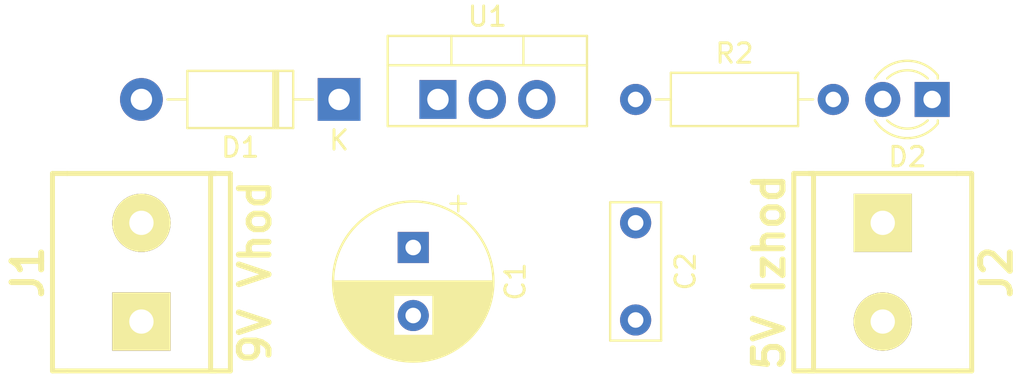
<source format=kicad_pcb>
(kicad_pcb (version 20171130) (host pcbnew "(5.0.2)-1")

  (general
    (thickness 1.6)
    (drawings 0)
    (tracks 0)
    (zones 0)
    (modules 8)
    (nets 6)
  )

  (page A4)
  (title_block
    (title "5V Regulator")
    (date 2019-11-07)
    (rev v1)
    (comment 1 "Črtomir Juren")
  )

  (layers
    (0 F.Cu signal)
    (31 B.Cu signal)
    (32 B.Adhes user)
    (33 F.Adhes user)
    (34 B.Paste user)
    (35 F.Paste user)
    (36 B.SilkS user)
    (37 F.SilkS user)
    (38 B.Mask user)
    (39 F.Mask user)
    (40 Dwgs.User user)
    (41 Cmts.User user)
    (42 Eco1.User user)
    (43 Eco2.User user)
    (44 Edge.Cuts user)
    (45 Margin user)
    (46 B.CrtYd user)
    (47 F.CrtYd user)
    (48 B.Fab user)
    (49 F.Fab user)
  )

  (setup
    (last_trace_width 0.25)
    (trace_clearance 0.2)
    (zone_clearance 0.508)
    (zone_45_only no)
    (trace_min 0.2)
    (segment_width 0.2)
    (edge_width 0.15)
    (via_size 0.8)
    (via_drill 0.4)
    (via_min_size 0.4)
    (via_min_drill 0.3)
    (uvia_size 0.3)
    (uvia_drill 0.1)
    (uvias_allowed no)
    (uvia_min_size 0.2)
    (uvia_min_drill 0.1)
    (pcb_text_width 0.3)
    (pcb_text_size 1.5 1.5)
    (mod_edge_width 0.15)
    (mod_text_size 1 1)
    (mod_text_width 0.15)
    (pad_size 1.524 1.524)
    (pad_drill 0.762)
    (pad_to_mask_clearance 0.051)
    (solder_mask_min_width 0.25)
    (aux_axis_origin 0 0)
    (visible_elements 7FFFFFFF)
    (pcbplotparams
      (layerselection 0x010fc_ffffffff)
      (usegerberextensions false)
      (usegerberattributes false)
      (usegerberadvancedattributes false)
      (creategerberjobfile false)
      (excludeedgelayer true)
      (linewidth 0.100000)
      (plotframeref false)
      (viasonmask false)
      (mode 1)
      (useauxorigin false)
      (hpglpennumber 1)
      (hpglpenspeed 20)
      (hpglpendiameter 15.000000)
      (psnegative false)
      (psa4output false)
      (plotreference true)
      (plotvalue true)
      (plotinvisibletext false)
      (padsonsilk false)
      (subtractmaskfromsilk false)
      (outputformat 1)
      (mirror false)
      (drillshape 1)
      (scaleselection 1)
      (outputdirectory ""))
  )

  (net 0 "")
  (net 1 /9V)
  (net 2 /5V)
  (net 3 "Net-(C1-Pad1)")
  (net 4 "Net-(C1-Pad2)")
  (net 5 "Net-(D2-Pad2)")

  (net_class Default "This is the default net class."
    (clearance 0.2)
    (trace_width 0.25)
    (via_dia 0.8)
    (via_drill 0.4)
    (uvia_dia 0.3)
    (uvia_drill 0.1)
    (add_net /5V)
    (add_net /9V)
    (add_net "Net-(C1-Pad1)")
    (add_net "Net-(C1-Pad2)")
    (add_net "Net-(D2-Pad2)")
  )

  (module LED_THT:LED_D3.0mm (layer F.Cu) (tedit 587A3A7B) (tstamp 5DC4080A)
    (at 166.37 73.66 180)
    (descr "LED, diameter 3.0mm, 2 pins")
    (tags "LED diameter 3.0mm 2 pins")
    (path /5DC3F4BE)
    (fp_text reference D2 (at 1.27 -2.96 180) (layer F.SilkS)
      (effects (font (size 1 1) (thickness 0.15)))
    )
    (fp_text value LED (at 1.27 2.96 180) (layer F.Fab)
      (effects (font (size 1 1) (thickness 0.15)))
    )
    (fp_line (start 3.7 -2.25) (end -1.15 -2.25) (layer F.CrtYd) (width 0.05))
    (fp_line (start 3.7 2.25) (end 3.7 -2.25) (layer F.CrtYd) (width 0.05))
    (fp_line (start -1.15 2.25) (end 3.7 2.25) (layer F.CrtYd) (width 0.05))
    (fp_line (start -1.15 -2.25) (end -1.15 2.25) (layer F.CrtYd) (width 0.05))
    (fp_line (start -0.29 1.08) (end -0.29 1.236) (layer F.SilkS) (width 0.12))
    (fp_line (start -0.29 -1.236) (end -0.29 -1.08) (layer F.SilkS) (width 0.12))
    (fp_line (start -0.23 -1.16619) (end -0.23 1.16619) (layer F.Fab) (width 0.1))
    (fp_circle (center 1.27 0) (end 2.77 0) (layer F.Fab) (width 0.1))
    (fp_arc (start 1.27 0) (end 0.229039 1.08) (angle -87.9) (layer F.SilkS) (width 0.12))
    (fp_arc (start 1.27 0) (end 0.229039 -1.08) (angle 87.9) (layer F.SilkS) (width 0.12))
    (fp_arc (start 1.27 0) (end -0.29 1.235516) (angle -108.8) (layer F.SilkS) (width 0.12))
    (fp_arc (start 1.27 0) (end -0.29 -1.235516) (angle 108.8) (layer F.SilkS) (width 0.12))
    (fp_arc (start 1.27 0) (end -0.23 -1.16619) (angle 284.3) (layer F.Fab) (width 0.1))
    (pad 2 thru_hole circle (at 2.54 0 180) (size 1.8 1.8) (drill 0.9) (layers *.Cu *.Mask)
      (net 5 "Net-(D2-Pad2)"))
    (pad 1 thru_hole rect (at 0 0 180) (size 1.8 1.8) (drill 0.9) (layers *.Cu *.Mask)
      (net 4 "Net-(C1-Pad2)"))
    (model ${KISYS3DMOD}/LED_THT.3dshapes/LED_D3.0mm.wrl
      (at (xyz 0 0 0))
      (scale (xyz 1 1 1))
      (rotate (xyz 0 0 0))
    )
  )

  (module w_conn_screw:mors_2p (layer F.Cu) (tedit 0) (tstamp 5DC5B240)
    (at 125.73 82.55 90)
    (descr "Terminal block 2 pins")
    (tags DEV)
    (path /5DC2B6DA)
    (fp_text reference J1 (at 0 -5.842 90) (layer F.SilkS)
      (effects (font (size 1.524 1.524) (thickness 0.3048)))
    )
    (fp_text value "9V Vhod" (at 0 5.842 90) (layer F.SilkS)
      (effects (font (size 1.524 1.524) (thickness 0.3048)))
    )
    (fp_line (start -5.08 -3.81) (end -5.08 3.81) (layer F.SilkS) (width 0.254))
    (fp_line (start 5.08 3.81) (end 5.08 -3.81) (layer F.SilkS) (width 0.254))
    (fp_line (start 5.08 3.556) (end 5.08 4.572) (layer F.SilkS) (width 0.254))
    (fp_line (start -5.08 3.556) (end 5.08 3.556) (layer F.SilkS) (width 0.254))
    (fp_line (start -5.08 4.572) (end -5.08 3.556) (layer F.SilkS) (width 0.254))
    (fp_line (start 5.08 4.572) (end -5.08 4.572) (layer F.SilkS) (width 0.254))
    (fp_line (start -5.08 -4.572) (end -5.08 -3.81) (layer F.SilkS) (width 0.254))
    (fp_line (start 5.08 -4.572) (end -5.08 -4.572) (layer F.SilkS) (width 0.254))
    (fp_line (start 5.08 -3.81) (end 5.08 -4.572) (layer F.SilkS) (width 0.254))
    (pad 2 thru_hole circle (at 2.54 0 90) (size 2.99974 2.99974) (drill 1.24968) (layers *.Cu *.Mask F.SilkS)
      (net 1 /9V))
    (pad 1 thru_hole rect (at -2.54 0 90) (size 2.99974 2.99974) (drill 1.24968) (layers *.Cu *.Mask F.SilkS)
      (net 4 "Net-(C1-Pad2)"))
    (model walter/conn_screw/mors_2p.wrl
      (at (xyz 0 0 0))
      (scale (xyz 1 1 1))
      (rotate (xyz 0 0 0))
    )
  )

  (module w_conn_screw:mors_2p (layer F.Cu) (tedit 0) (tstamp 5DC2B9A1)
    (at 163.83 82.55 270)
    (descr "Terminal block 2 pins")
    (tags DEV)
    (path /5DC2B5ED)
    (fp_text reference J2 (at 0 -5.842 270) (layer F.SilkS)
      (effects (font (size 1.524 1.524) (thickness 0.3048)))
    )
    (fp_text value "5V Izhod" (at 0 5.842 270) (layer F.SilkS)
      (effects (font (size 1.524 1.524) (thickness 0.3048)))
    )
    (fp_line (start -5.08 -3.81) (end -5.08 3.81) (layer F.SilkS) (width 0.254))
    (fp_line (start 5.08 3.81) (end 5.08 -3.81) (layer F.SilkS) (width 0.254))
    (fp_line (start 5.08 3.556) (end 5.08 4.572) (layer F.SilkS) (width 0.254))
    (fp_line (start -5.08 3.556) (end 5.08 3.556) (layer F.SilkS) (width 0.254))
    (fp_line (start -5.08 4.572) (end -5.08 3.556) (layer F.SilkS) (width 0.254))
    (fp_line (start 5.08 4.572) (end -5.08 4.572) (layer F.SilkS) (width 0.254))
    (fp_line (start -5.08 -4.572) (end -5.08 -3.81) (layer F.SilkS) (width 0.254))
    (fp_line (start 5.08 -4.572) (end -5.08 -4.572) (layer F.SilkS) (width 0.254))
    (fp_line (start 5.08 -3.81) (end 5.08 -4.572) (layer F.SilkS) (width 0.254))
    (pad 2 thru_hole circle (at 2.54 0 270) (size 2.99974 2.99974) (drill 1.24968) (layers *.Cu *.Mask F.SilkS)
      (net 4 "Net-(C1-Pad2)"))
    (pad 1 thru_hole rect (at -2.54 0 270) (size 2.99974 2.99974) (drill 1.24968) (layers *.Cu *.Mask F.SilkS)
      (net 2 /5V))
    (model walter/conn_screw/mors_2p.wrl
      (at (xyz 0 0 0))
      (scale (xyz 1 1 1))
      (rotate (xyz 0 0 0))
    )
  )

  (module Package_TO_SOT_THT:TO-220-3_Vertical (layer F.Cu) (tedit 5AC8BA0D) (tstamp 5DC2B9BB)
    (at 140.97 73.66)
    (descr "TO-220-3, Vertical, RM 2.54mm, see https://www.vishay.com/docs/66542/to-220-1.pdf")
    (tags "TO-220-3 Vertical RM 2.54mm")
    (path /5DC2ACF0)
    (fp_text reference U1 (at 2.54 -4.27) (layer F.SilkS)
      (effects (font (size 1 1) (thickness 0.15)))
    )
    (fp_text value LM7805_TO220 (at 2.54 2.5) (layer F.Fab)
      (effects (font (size 1 1) (thickness 0.15)))
    )
    (fp_text user %R (at 2.54 -4.27) (layer F.Fab)
      (effects (font (size 1 1) (thickness 0.15)))
    )
    (fp_line (start 7.79 -3.4) (end -2.71 -3.4) (layer F.CrtYd) (width 0.05))
    (fp_line (start 7.79 1.51) (end 7.79 -3.4) (layer F.CrtYd) (width 0.05))
    (fp_line (start -2.71 1.51) (end 7.79 1.51) (layer F.CrtYd) (width 0.05))
    (fp_line (start -2.71 -3.4) (end -2.71 1.51) (layer F.CrtYd) (width 0.05))
    (fp_line (start 4.391 -3.27) (end 4.391 -1.76) (layer F.SilkS) (width 0.12))
    (fp_line (start 0.69 -3.27) (end 0.69 -1.76) (layer F.SilkS) (width 0.12))
    (fp_line (start -2.58 -1.76) (end 7.66 -1.76) (layer F.SilkS) (width 0.12))
    (fp_line (start 7.66 -3.27) (end 7.66 1.371) (layer F.SilkS) (width 0.12))
    (fp_line (start -2.58 -3.27) (end -2.58 1.371) (layer F.SilkS) (width 0.12))
    (fp_line (start -2.58 1.371) (end 7.66 1.371) (layer F.SilkS) (width 0.12))
    (fp_line (start -2.58 -3.27) (end 7.66 -3.27) (layer F.SilkS) (width 0.12))
    (fp_line (start 4.39 -3.15) (end 4.39 -1.88) (layer F.Fab) (width 0.1))
    (fp_line (start 0.69 -3.15) (end 0.69 -1.88) (layer F.Fab) (width 0.1))
    (fp_line (start -2.46 -1.88) (end 7.54 -1.88) (layer F.Fab) (width 0.1))
    (fp_line (start 7.54 -3.15) (end -2.46 -3.15) (layer F.Fab) (width 0.1))
    (fp_line (start 7.54 1.25) (end 7.54 -3.15) (layer F.Fab) (width 0.1))
    (fp_line (start -2.46 1.25) (end 7.54 1.25) (layer F.Fab) (width 0.1))
    (fp_line (start -2.46 -3.15) (end -2.46 1.25) (layer F.Fab) (width 0.1))
    (pad 3 thru_hole oval (at 5.08 0) (size 1.905 2) (drill 1.1) (layers *.Cu *.Mask)
      (net 2 /5V))
    (pad 2 thru_hole oval (at 2.54 0) (size 1.905 2) (drill 1.1) (layers *.Cu *.Mask)
      (net 4 "Net-(C1-Pad2)"))
    (pad 1 thru_hole rect (at 0 0) (size 1.905 2) (drill 1.1) (layers *.Cu *.Mask)
      (net 3 "Net-(C1-Pad1)"))
    (model ${KISYS3DMOD}/Package_TO_SOT_THT.3dshapes/TO-220-3_Vertical.wrl
      (at (xyz 0 0 0))
      (scale (xyz 1 1 1))
      (rotate (xyz 0 0 0))
    )
  )

  (module Capacitor_THT:CP_Radial_D8.0mm_P3.50mm (layer F.Cu) (tedit 5AE50EF0) (tstamp 5DC5AF9C)
    (at 139.7 81.28 270)
    (descr "CP, Radial series, Radial, pin pitch=3.50mm, , diameter=8mm, Electrolytic Capacitor")
    (tags "CP Radial series Radial pin pitch 3.50mm  diameter 8mm Electrolytic Capacitor")
    (path /5DC2DAC5)
    (fp_text reference C1 (at 1.75 -5.25 270) (layer F.SilkS)
      (effects (font (size 1 1) (thickness 0.15)))
    )
    (fp_text value 100uF (at 1.75 5.25 270) (layer F.Fab)
      (effects (font (size 1 1) (thickness 0.15)))
    )
    (fp_text user %R (at 1.75 0 270) (layer F.Fab)
      (effects (font (size 1 1) (thickness 0.15)))
    )
    (fp_line (start -2.259698 -2.715) (end -2.259698 -1.915) (layer F.SilkS) (width 0.12))
    (fp_line (start -2.659698 -2.315) (end -1.859698 -2.315) (layer F.SilkS) (width 0.12))
    (fp_line (start 5.831 -0.533) (end 5.831 0.533) (layer F.SilkS) (width 0.12))
    (fp_line (start 5.791 -0.768) (end 5.791 0.768) (layer F.SilkS) (width 0.12))
    (fp_line (start 5.751 -0.948) (end 5.751 0.948) (layer F.SilkS) (width 0.12))
    (fp_line (start 5.711 -1.098) (end 5.711 1.098) (layer F.SilkS) (width 0.12))
    (fp_line (start 5.671 -1.229) (end 5.671 1.229) (layer F.SilkS) (width 0.12))
    (fp_line (start 5.631 -1.346) (end 5.631 1.346) (layer F.SilkS) (width 0.12))
    (fp_line (start 5.591 -1.453) (end 5.591 1.453) (layer F.SilkS) (width 0.12))
    (fp_line (start 5.551 -1.552) (end 5.551 1.552) (layer F.SilkS) (width 0.12))
    (fp_line (start 5.511 -1.645) (end 5.511 1.645) (layer F.SilkS) (width 0.12))
    (fp_line (start 5.471 -1.731) (end 5.471 1.731) (layer F.SilkS) (width 0.12))
    (fp_line (start 5.431 -1.813) (end 5.431 1.813) (layer F.SilkS) (width 0.12))
    (fp_line (start 5.391 -1.89) (end 5.391 1.89) (layer F.SilkS) (width 0.12))
    (fp_line (start 5.351 -1.964) (end 5.351 1.964) (layer F.SilkS) (width 0.12))
    (fp_line (start 5.311 -2.034) (end 5.311 2.034) (layer F.SilkS) (width 0.12))
    (fp_line (start 5.271 -2.102) (end 5.271 2.102) (layer F.SilkS) (width 0.12))
    (fp_line (start 5.231 -2.166) (end 5.231 2.166) (layer F.SilkS) (width 0.12))
    (fp_line (start 5.191 -2.228) (end 5.191 2.228) (layer F.SilkS) (width 0.12))
    (fp_line (start 5.151 -2.287) (end 5.151 2.287) (layer F.SilkS) (width 0.12))
    (fp_line (start 5.111 -2.345) (end 5.111 2.345) (layer F.SilkS) (width 0.12))
    (fp_line (start 5.071 -2.4) (end 5.071 2.4) (layer F.SilkS) (width 0.12))
    (fp_line (start 5.031 -2.454) (end 5.031 2.454) (layer F.SilkS) (width 0.12))
    (fp_line (start 4.991 -2.505) (end 4.991 2.505) (layer F.SilkS) (width 0.12))
    (fp_line (start 4.951 -2.556) (end 4.951 2.556) (layer F.SilkS) (width 0.12))
    (fp_line (start 4.911 -2.604) (end 4.911 2.604) (layer F.SilkS) (width 0.12))
    (fp_line (start 4.871 -2.651) (end 4.871 2.651) (layer F.SilkS) (width 0.12))
    (fp_line (start 4.831 -2.697) (end 4.831 2.697) (layer F.SilkS) (width 0.12))
    (fp_line (start 4.791 -2.741) (end 4.791 2.741) (layer F.SilkS) (width 0.12))
    (fp_line (start 4.751 -2.784) (end 4.751 2.784) (layer F.SilkS) (width 0.12))
    (fp_line (start 4.711 -2.826) (end 4.711 2.826) (layer F.SilkS) (width 0.12))
    (fp_line (start 4.671 -2.867) (end 4.671 2.867) (layer F.SilkS) (width 0.12))
    (fp_line (start 4.631 -2.907) (end 4.631 2.907) (layer F.SilkS) (width 0.12))
    (fp_line (start 4.591 -2.945) (end 4.591 2.945) (layer F.SilkS) (width 0.12))
    (fp_line (start 4.551 -2.983) (end 4.551 2.983) (layer F.SilkS) (width 0.12))
    (fp_line (start 4.511 1.04) (end 4.511 3.019) (layer F.SilkS) (width 0.12))
    (fp_line (start 4.511 -3.019) (end 4.511 -1.04) (layer F.SilkS) (width 0.12))
    (fp_line (start 4.471 1.04) (end 4.471 3.055) (layer F.SilkS) (width 0.12))
    (fp_line (start 4.471 -3.055) (end 4.471 -1.04) (layer F.SilkS) (width 0.12))
    (fp_line (start 4.431 1.04) (end 4.431 3.09) (layer F.SilkS) (width 0.12))
    (fp_line (start 4.431 -3.09) (end 4.431 -1.04) (layer F.SilkS) (width 0.12))
    (fp_line (start 4.391 1.04) (end 4.391 3.124) (layer F.SilkS) (width 0.12))
    (fp_line (start 4.391 -3.124) (end 4.391 -1.04) (layer F.SilkS) (width 0.12))
    (fp_line (start 4.351 1.04) (end 4.351 3.156) (layer F.SilkS) (width 0.12))
    (fp_line (start 4.351 -3.156) (end 4.351 -1.04) (layer F.SilkS) (width 0.12))
    (fp_line (start 4.311 1.04) (end 4.311 3.189) (layer F.SilkS) (width 0.12))
    (fp_line (start 4.311 -3.189) (end 4.311 -1.04) (layer F.SilkS) (width 0.12))
    (fp_line (start 4.271 1.04) (end 4.271 3.22) (layer F.SilkS) (width 0.12))
    (fp_line (start 4.271 -3.22) (end 4.271 -1.04) (layer F.SilkS) (width 0.12))
    (fp_line (start 4.231 1.04) (end 4.231 3.25) (layer F.SilkS) (width 0.12))
    (fp_line (start 4.231 -3.25) (end 4.231 -1.04) (layer F.SilkS) (width 0.12))
    (fp_line (start 4.191 1.04) (end 4.191 3.28) (layer F.SilkS) (width 0.12))
    (fp_line (start 4.191 -3.28) (end 4.191 -1.04) (layer F.SilkS) (width 0.12))
    (fp_line (start 4.151 1.04) (end 4.151 3.309) (layer F.SilkS) (width 0.12))
    (fp_line (start 4.151 -3.309) (end 4.151 -1.04) (layer F.SilkS) (width 0.12))
    (fp_line (start 4.111 1.04) (end 4.111 3.338) (layer F.SilkS) (width 0.12))
    (fp_line (start 4.111 -3.338) (end 4.111 -1.04) (layer F.SilkS) (width 0.12))
    (fp_line (start 4.071 1.04) (end 4.071 3.365) (layer F.SilkS) (width 0.12))
    (fp_line (start 4.071 -3.365) (end 4.071 -1.04) (layer F.SilkS) (width 0.12))
    (fp_line (start 4.031 1.04) (end 4.031 3.392) (layer F.SilkS) (width 0.12))
    (fp_line (start 4.031 -3.392) (end 4.031 -1.04) (layer F.SilkS) (width 0.12))
    (fp_line (start 3.991 1.04) (end 3.991 3.418) (layer F.SilkS) (width 0.12))
    (fp_line (start 3.991 -3.418) (end 3.991 -1.04) (layer F.SilkS) (width 0.12))
    (fp_line (start 3.951 1.04) (end 3.951 3.444) (layer F.SilkS) (width 0.12))
    (fp_line (start 3.951 -3.444) (end 3.951 -1.04) (layer F.SilkS) (width 0.12))
    (fp_line (start 3.911 1.04) (end 3.911 3.469) (layer F.SilkS) (width 0.12))
    (fp_line (start 3.911 -3.469) (end 3.911 -1.04) (layer F.SilkS) (width 0.12))
    (fp_line (start 3.871 1.04) (end 3.871 3.493) (layer F.SilkS) (width 0.12))
    (fp_line (start 3.871 -3.493) (end 3.871 -1.04) (layer F.SilkS) (width 0.12))
    (fp_line (start 3.831 1.04) (end 3.831 3.517) (layer F.SilkS) (width 0.12))
    (fp_line (start 3.831 -3.517) (end 3.831 -1.04) (layer F.SilkS) (width 0.12))
    (fp_line (start 3.791 1.04) (end 3.791 3.54) (layer F.SilkS) (width 0.12))
    (fp_line (start 3.791 -3.54) (end 3.791 -1.04) (layer F.SilkS) (width 0.12))
    (fp_line (start 3.751 1.04) (end 3.751 3.562) (layer F.SilkS) (width 0.12))
    (fp_line (start 3.751 -3.562) (end 3.751 -1.04) (layer F.SilkS) (width 0.12))
    (fp_line (start 3.711 1.04) (end 3.711 3.584) (layer F.SilkS) (width 0.12))
    (fp_line (start 3.711 -3.584) (end 3.711 -1.04) (layer F.SilkS) (width 0.12))
    (fp_line (start 3.671 1.04) (end 3.671 3.606) (layer F.SilkS) (width 0.12))
    (fp_line (start 3.671 -3.606) (end 3.671 -1.04) (layer F.SilkS) (width 0.12))
    (fp_line (start 3.631 1.04) (end 3.631 3.627) (layer F.SilkS) (width 0.12))
    (fp_line (start 3.631 -3.627) (end 3.631 -1.04) (layer F.SilkS) (width 0.12))
    (fp_line (start 3.591 1.04) (end 3.591 3.647) (layer F.SilkS) (width 0.12))
    (fp_line (start 3.591 -3.647) (end 3.591 -1.04) (layer F.SilkS) (width 0.12))
    (fp_line (start 3.551 1.04) (end 3.551 3.666) (layer F.SilkS) (width 0.12))
    (fp_line (start 3.551 -3.666) (end 3.551 -1.04) (layer F.SilkS) (width 0.12))
    (fp_line (start 3.511 1.04) (end 3.511 3.686) (layer F.SilkS) (width 0.12))
    (fp_line (start 3.511 -3.686) (end 3.511 -1.04) (layer F.SilkS) (width 0.12))
    (fp_line (start 3.471 1.04) (end 3.471 3.704) (layer F.SilkS) (width 0.12))
    (fp_line (start 3.471 -3.704) (end 3.471 -1.04) (layer F.SilkS) (width 0.12))
    (fp_line (start 3.431 1.04) (end 3.431 3.722) (layer F.SilkS) (width 0.12))
    (fp_line (start 3.431 -3.722) (end 3.431 -1.04) (layer F.SilkS) (width 0.12))
    (fp_line (start 3.391 1.04) (end 3.391 3.74) (layer F.SilkS) (width 0.12))
    (fp_line (start 3.391 -3.74) (end 3.391 -1.04) (layer F.SilkS) (width 0.12))
    (fp_line (start 3.351 1.04) (end 3.351 3.757) (layer F.SilkS) (width 0.12))
    (fp_line (start 3.351 -3.757) (end 3.351 -1.04) (layer F.SilkS) (width 0.12))
    (fp_line (start 3.311 1.04) (end 3.311 3.774) (layer F.SilkS) (width 0.12))
    (fp_line (start 3.311 -3.774) (end 3.311 -1.04) (layer F.SilkS) (width 0.12))
    (fp_line (start 3.271 1.04) (end 3.271 3.79) (layer F.SilkS) (width 0.12))
    (fp_line (start 3.271 -3.79) (end 3.271 -1.04) (layer F.SilkS) (width 0.12))
    (fp_line (start 3.231 1.04) (end 3.231 3.805) (layer F.SilkS) (width 0.12))
    (fp_line (start 3.231 -3.805) (end 3.231 -1.04) (layer F.SilkS) (width 0.12))
    (fp_line (start 3.191 1.04) (end 3.191 3.821) (layer F.SilkS) (width 0.12))
    (fp_line (start 3.191 -3.821) (end 3.191 -1.04) (layer F.SilkS) (width 0.12))
    (fp_line (start 3.151 1.04) (end 3.151 3.835) (layer F.SilkS) (width 0.12))
    (fp_line (start 3.151 -3.835) (end 3.151 -1.04) (layer F.SilkS) (width 0.12))
    (fp_line (start 3.111 1.04) (end 3.111 3.85) (layer F.SilkS) (width 0.12))
    (fp_line (start 3.111 -3.85) (end 3.111 -1.04) (layer F.SilkS) (width 0.12))
    (fp_line (start 3.071 1.04) (end 3.071 3.863) (layer F.SilkS) (width 0.12))
    (fp_line (start 3.071 -3.863) (end 3.071 -1.04) (layer F.SilkS) (width 0.12))
    (fp_line (start 3.031 1.04) (end 3.031 3.877) (layer F.SilkS) (width 0.12))
    (fp_line (start 3.031 -3.877) (end 3.031 -1.04) (layer F.SilkS) (width 0.12))
    (fp_line (start 2.991 1.04) (end 2.991 3.889) (layer F.SilkS) (width 0.12))
    (fp_line (start 2.991 -3.889) (end 2.991 -1.04) (layer F.SilkS) (width 0.12))
    (fp_line (start 2.951 1.04) (end 2.951 3.902) (layer F.SilkS) (width 0.12))
    (fp_line (start 2.951 -3.902) (end 2.951 -1.04) (layer F.SilkS) (width 0.12))
    (fp_line (start 2.911 1.04) (end 2.911 3.914) (layer F.SilkS) (width 0.12))
    (fp_line (start 2.911 -3.914) (end 2.911 -1.04) (layer F.SilkS) (width 0.12))
    (fp_line (start 2.871 1.04) (end 2.871 3.925) (layer F.SilkS) (width 0.12))
    (fp_line (start 2.871 -3.925) (end 2.871 -1.04) (layer F.SilkS) (width 0.12))
    (fp_line (start 2.831 1.04) (end 2.831 3.936) (layer F.SilkS) (width 0.12))
    (fp_line (start 2.831 -3.936) (end 2.831 -1.04) (layer F.SilkS) (width 0.12))
    (fp_line (start 2.791 1.04) (end 2.791 3.947) (layer F.SilkS) (width 0.12))
    (fp_line (start 2.791 -3.947) (end 2.791 -1.04) (layer F.SilkS) (width 0.12))
    (fp_line (start 2.751 1.04) (end 2.751 3.957) (layer F.SilkS) (width 0.12))
    (fp_line (start 2.751 -3.957) (end 2.751 -1.04) (layer F.SilkS) (width 0.12))
    (fp_line (start 2.711 1.04) (end 2.711 3.967) (layer F.SilkS) (width 0.12))
    (fp_line (start 2.711 -3.967) (end 2.711 -1.04) (layer F.SilkS) (width 0.12))
    (fp_line (start 2.671 1.04) (end 2.671 3.976) (layer F.SilkS) (width 0.12))
    (fp_line (start 2.671 -3.976) (end 2.671 -1.04) (layer F.SilkS) (width 0.12))
    (fp_line (start 2.631 1.04) (end 2.631 3.985) (layer F.SilkS) (width 0.12))
    (fp_line (start 2.631 -3.985) (end 2.631 -1.04) (layer F.SilkS) (width 0.12))
    (fp_line (start 2.591 1.04) (end 2.591 3.994) (layer F.SilkS) (width 0.12))
    (fp_line (start 2.591 -3.994) (end 2.591 -1.04) (layer F.SilkS) (width 0.12))
    (fp_line (start 2.551 1.04) (end 2.551 4.002) (layer F.SilkS) (width 0.12))
    (fp_line (start 2.551 -4.002) (end 2.551 -1.04) (layer F.SilkS) (width 0.12))
    (fp_line (start 2.511 1.04) (end 2.511 4.01) (layer F.SilkS) (width 0.12))
    (fp_line (start 2.511 -4.01) (end 2.511 -1.04) (layer F.SilkS) (width 0.12))
    (fp_line (start 2.471 1.04) (end 2.471 4.017) (layer F.SilkS) (width 0.12))
    (fp_line (start 2.471 -4.017) (end 2.471 -1.04) (layer F.SilkS) (width 0.12))
    (fp_line (start 2.43 -4.024) (end 2.43 4.024) (layer F.SilkS) (width 0.12))
    (fp_line (start 2.39 -4.03) (end 2.39 4.03) (layer F.SilkS) (width 0.12))
    (fp_line (start 2.35 -4.037) (end 2.35 4.037) (layer F.SilkS) (width 0.12))
    (fp_line (start 2.31 -4.042) (end 2.31 4.042) (layer F.SilkS) (width 0.12))
    (fp_line (start 2.27 -4.048) (end 2.27 4.048) (layer F.SilkS) (width 0.12))
    (fp_line (start 2.23 -4.052) (end 2.23 4.052) (layer F.SilkS) (width 0.12))
    (fp_line (start 2.19 -4.057) (end 2.19 4.057) (layer F.SilkS) (width 0.12))
    (fp_line (start 2.15 -4.061) (end 2.15 4.061) (layer F.SilkS) (width 0.12))
    (fp_line (start 2.11 -4.065) (end 2.11 4.065) (layer F.SilkS) (width 0.12))
    (fp_line (start 2.07 -4.068) (end 2.07 4.068) (layer F.SilkS) (width 0.12))
    (fp_line (start 2.03 -4.071) (end 2.03 4.071) (layer F.SilkS) (width 0.12))
    (fp_line (start 1.99 -4.074) (end 1.99 4.074) (layer F.SilkS) (width 0.12))
    (fp_line (start 1.95 -4.076) (end 1.95 4.076) (layer F.SilkS) (width 0.12))
    (fp_line (start 1.91 -4.077) (end 1.91 4.077) (layer F.SilkS) (width 0.12))
    (fp_line (start 1.87 -4.079) (end 1.87 4.079) (layer F.SilkS) (width 0.12))
    (fp_line (start 1.83 -4.08) (end 1.83 4.08) (layer F.SilkS) (width 0.12))
    (fp_line (start 1.79 -4.08) (end 1.79 4.08) (layer F.SilkS) (width 0.12))
    (fp_line (start 1.75 -4.08) (end 1.75 4.08) (layer F.SilkS) (width 0.12))
    (fp_line (start -1.276759 -2.1475) (end -1.276759 -1.3475) (layer F.Fab) (width 0.1))
    (fp_line (start -1.676759 -1.7475) (end -0.876759 -1.7475) (layer F.Fab) (width 0.1))
    (fp_circle (center 1.75 0) (end 6 0) (layer F.CrtYd) (width 0.05))
    (fp_circle (center 1.75 0) (end 5.87 0) (layer F.SilkS) (width 0.12))
    (fp_circle (center 1.75 0) (end 5.75 0) (layer F.Fab) (width 0.1))
    (pad 2 thru_hole circle (at 3.5 0 270) (size 1.6 1.6) (drill 0.8) (layers *.Cu *.Mask)
      (net 4 "Net-(C1-Pad2)"))
    (pad 1 thru_hole rect (at 0 0 270) (size 1.6 1.6) (drill 0.8) (layers *.Cu *.Mask)
      (net 3 "Net-(C1-Pad1)"))
    (model ${KISYS3DMOD}/Capacitor_THT.3dshapes/CP_Radial_D8.0mm_P3.50mm.wrl
      (at (xyz 0 0 0))
      (scale (xyz 1 1 1))
      (rotate (xyz 0 0 0))
    )
  )

  (module Capacitors_THT:C_Rect_L7.0mm_W2.5mm_P5.00mm (layer F.Cu) (tedit 597BC7C2) (tstamp 5DC5AFAF)
    (at 151.13 80.01 270)
    (descr "C, Rect series, Radial, pin pitch=5.00mm, , length*width=7*2.5mm^2, Capacitor")
    (tags "C Rect series Radial pin pitch 5.00mm  length 7mm width 2.5mm Capacitor")
    (path /5DC2DB32)
    (fp_text reference C2 (at 2.5 -2.56 270) (layer F.SilkS)
      (effects (font (size 1 1) (thickness 0.15)))
    )
    (fp_text value 0,1uF (at 2.5 2.56 270) (layer F.Fab)
      (effects (font (size 1 1) (thickness 0.15)))
    )
    (fp_text user %R (at 2.5 0 270) (layer F.Fab)
      (effects (font (size 1 1) (thickness 0.15)))
    )
    (fp_line (start 6.35 -1.6) (end -1.35 -1.6) (layer F.CrtYd) (width 0.05))
    (fp_line (start 6.35 1.6) (end 6.35 -1.6) (layer F.CrtYd) (width 0.05))
    (fp_line (start -1.35 1.6) (end 6.35 1.6) (layer F.CrtYd) (width 0.05))
    (fp_line (start -1.35 -1.6) (end -1.35 1.6) (layer F.CrtYd) (width 0.05))
    (fp_line (start 6.06 -1.31) (end 6.06 1.31) (layer F.SilkS) (width 0.12))
    (fp_line (start -1.06 -1.31) (end -1.06 1.31) (layer F.SilkS) (width 0.12))
    (fp_line (start -1.06 1.31) (end 6.06 1.31) (layer F.SilkS) (width 0.12))
    (fp_line (start -1.06 -1.31) (end 6.06 -1.31) (layer F.SilkS) (width 0.12))
    (fp_line (start 6 -1.25) (end -1 -1.25) (layer F.Fab) (width 0.1))
    (fp_line (start 6 1.25) (end 6 -1.25) (layer F.Fab) (width 0.1))
    (fp_line (start -1 1.25) (end 6 1.25) (layer F.Fab) (width 0.1))
    (fp_line (start -1 -1.25) (end -1 1.25) (layer F.Fab) (width 0.1))
    (pad 2 thru_hole circle (at 5 0 270) (size 1.6 1.6) (drill 0.8) (layers *.Cu *.Mask)
      (net 4 "Net-(C1-Pad2)"))
    (pad 1 thru_hole circle (at 0 0 270) (size 1.6 1.6) (drill 0.8) (layers *.Cu *.Mask)
      (net 2 /5V))
    (model ${KISYS3DMOD}/Capacitors_THT.3dshapes/C_Rect_L7.0mm_W2.5mm_P5.00mm.wrl
      (at (xyz 0 0 0))
      (scale (xyz 1 1 1))
      (rotate (xyz 0 0 0))
    )
  )

  (module Diode_THT:D_DO-41_SOD81_P10.16mm_Horizontal (layer F.Cu) (tedit 5AE50CD5) (tstamp 5DC5AFCE)
    (at 135.89 73.66 180)
    (descr "Diode, DO-41_SOD81 series, Axial, Horizontal, pin pitch=10.16mm, , length*diameter=5.2*2.7mm^2, , http://www.diodes.com/_files/packages/DO-41%20(Plastic).pdf")
    (tags "Diode DO-41_SOD81 series Axial Horizontal pin pitch 10.16mm  length 5.2mm diameter 2.7mm")
    (path /5DC2BF54)
    (fp_text reference D1 (at 5.08 -2.47 180) (layer F.SilkS)
      (effects (font (size 1 1) (thickness 0.15)))
    )
    (fp_text value Dioda (at 5.08 2.47 180) (layer F.Fab)
      (effects (font (size 1 1) (thickness 0.15)))
    )
    (fp_text user K (at 0 -2.1 180) (layer F.SilkS)
      (effects (font (size 1 1) (thickness 0.15)))
    )
    (fp_text user K (at 0 -2.1 180) (layer F.Fab)
      (effects (font (size 1 1) (thickness 0.15)))
    )
    (fp_text user %R (at 5.47 0 180) (layer F.Fab)
      (effects (font (size 1 1) (thickness 0.15)))
    )
    (fp_line (start 11.51 -1.6) (end -1.35 -1.6) (layer F.CrtYd) (width 0.05))
    (fp_line (start 11.51 1.6) (end 11.51 -1.6) (layer F.CrtYd) (width 0.05))
    (fp_line (start -1.35 1.6) (end 11.51 1.6) (layer F.CrtYd) (width 0.05))
    (fp_line (start -1.35 -1.6) (end -1.35 1.6) (layer F.CrtYd) (width 0.05))
    (fp_line (start 3.14 -1.47) (end 3.14 1.47) (layer F.SilkS) (width 0.12))
    (fp_line (start 3.38 -1.47) (end 3.38 1.47) (layer F.SilkS) (width 0.12))
    (fp_line (start 3.26 -1.47) (end 3.26 1.47) (layer F.SilkS) (width 0.12))
    (fp_line (start 8.82 0) (end 7.8 0) (layer F.SilkS) (width 0.12))
    (fp_line (start 1.34 0) (end 2.36 0) (layer F.SilkS) (width 0.12))
    (fp_line (start 7.8 -1.47) (end 2.36 -1.47) (layer F.SilkS) (width 0.12))
    (fp_line (start 7.8 1.47) (end 7.8 -1.47) (layer F.SilkS) (width 0.12))
    (fp_line (start 2.36 1.47) (end 7.8 1.47) (layer F.SilkS) (width 0.12))
    (fp_line (start 2.36 -1.47) (end 2.36 1.47) (layer F.SilkS) (width 0.12))
    (fp_line (start 3.16 -1.35) (end 3.16 1.35) (layer F.Fab) (width 0.1))
    (fp_line (start 3.36 -1.35) (end 3.36 1.35) (layer F.Fab) (width 0.1))
    (fp_line (start 3.26 -1.35) (end 3.26 1.35) (layer F.Fab) (width 0.1))
    (fp_line (start 10.16 0) (end 7.68 0) (layer F.Fab) (width 0.1))
    (fp_line (start 0 0) (end 2.48 0) (layer F.Fab) (width 0.1))
    (fp_line (start 7.68 -1.35) (end 2.48 -1.35) (layer F.Fab) (width 0.1))
    (fp_line (start 7.68 1.35) (end 7.68 -1.35) (layer F.Fab) (width 0.1))
    (fp_line (start 2.48 1.35) (end 7.68 1.35) (layer F.Fab) (width 0.1))
    (fp_line (start 2.48 -1.35) (end 2.48 1.35) (layer F.Fab) (width 0.1))
    (pad 2 thru_hole oval (at 10.16 0 180) (size 2.2 2.2) (drill 1.1) (layers *.Cu *.Mask)
      (net 1 /9V))
    (pad 1 thru_hole rect (at 0 0 180) (size 2.2 2.2) (drill 1.1) (layers *.Cu *.Mask)
      (net 3 "Net-(C1-Pad1)"))
    (model ${KISYS3DMOD}/Diode_THT.3dshapes/D_DO-41_SOD81_P10.16mm_Horizontal.wrl
      (at (xyz 0 0 0))
      (scale (xyz 1 1 1))
      (rotate (xyz 0 0 0))
    )
  )

  (module Resistor_THT:R_Axial_DIN0207_L6.3mm_D2.5mm_P10.16mm_Horizontal (layer F.Cu) (tedit 5AE5139B) (tstamp 5DC40754)
    (at 151.13 73.66)
    (descr "Resistor, Axial_DIN0207 series, Axial, Horizontal, pin pitch=10.16mm, 0.25W = 1/4W, length*diameter=6.3*2.5mm^2, http://cdn-reichelt.de/documents/datenblatt/B400/1_4W%23YAG.pdf")
    (tags "Resistor Axial_DIN0207 series Axial Horizontal pin pitch 10.16mm 0.25W = 1/4W length 6.3mm diameter 2.5mm")
    (path /5DC3F439)
    (fp_text reference R2 (at 5.08 -2.37) (layer F.SilkS)
      (effects (font (size 1 1) (thickness 0.15)))
    )
    (fp_text value 220 (at 5.08 2.37) (layer F.Fab)
      (effects (font (size 1 1) (thickness 0.15)))
    )
    (fp_line (start 1.93 -1.25) (end 1.93 1.25) (layer F.Fab) (width 0.1))
    (fp_line (start 1.93 1.25) (end 8.23 1.25) (layer F.Fab) (width 0.1))
    (fp_line (start 8.23 1.25) (end 8.23 -1.25) (layer F.Fab) (width 0.1))
    (fp_line (start 8.23 -1.25) (end 1.93 -1.25) (layer F.Fab) (width 0.1))
    (fp_line (start 0 0) (end 1.93 0) (layer F.Fab) (width 0.1))
    (fp_line (start 10.16 0) (end 8.23 0) (layer F.Fab) (width 0.1))
    (fp_line (start 1.81 -1.37) (end 1.81 1.37) (layer F.SilkS) (width 0.12))
    (fp_line (start 1.81 1.37) (end 8.35 1.37) (layer F.SilkS) (width 0.12))
    (fp_line (start 8.35 1.37) (end 8.35 -1.37) (layer F.SilkS) (width 0.12))
    (fp_line (start 8.35 -1.37) (end 1.81 -1.37) (layer F.SilkS) (width 0.12))
    (fp_line (start 1.04 0) (end 1.81 0) (layer F.SilkS) (width 0.12))
    (fp_line (start 9.12 0) (end 8.35 0) (layer F.SilkS) (width 0.12))
    (fp_line (start -1.05 -1.5) (end -1.05 1.5) (layer F.CrtYd) (width 0.05))
    (fp_line (start -1.05 1.5) (end 11.21 1.5) (layer F.CrtYd) (width 0.05))
    (fp_line (start 11.21 1.5) (end 11.21 -1.5) (layer F.CrtYd) (width 0.05))
    (fp_line (start 11.21 -1.5) (end -1.05 -1.5) (layer F.CrtYd) (width 0.05))
    (fp_text user %R (at 5.08 0) (layer F.Fab)
      (effects (font (size 1 1) (thickness 0.15)))
    )
    (pad 1 thru_hole circle (at 0 0) (size 1.6 1.6) (drill 0.8) (layers *.Cu *.Mask)
      (net 2 /5V))
    (pad 2 thru_hole oval (at 10.16 0) (size 1.6 1.6) (drill 0.8) (layers *.Cu *.Mask)
      (net 5 "Net-(D2-Pad2)"))
    (model ${KISYS3DMOD}/Resistor_THT.3dshapes/R_Axial_DIN0207_L6.3mm_D2.5mm_P10.16mm_Horizontal.wrl
      (at (xyz 0 0 0))
      (scale (xyz 1 1 1))
      (rotate (xyz 0 0 0))
    )
  )

)

</source>
